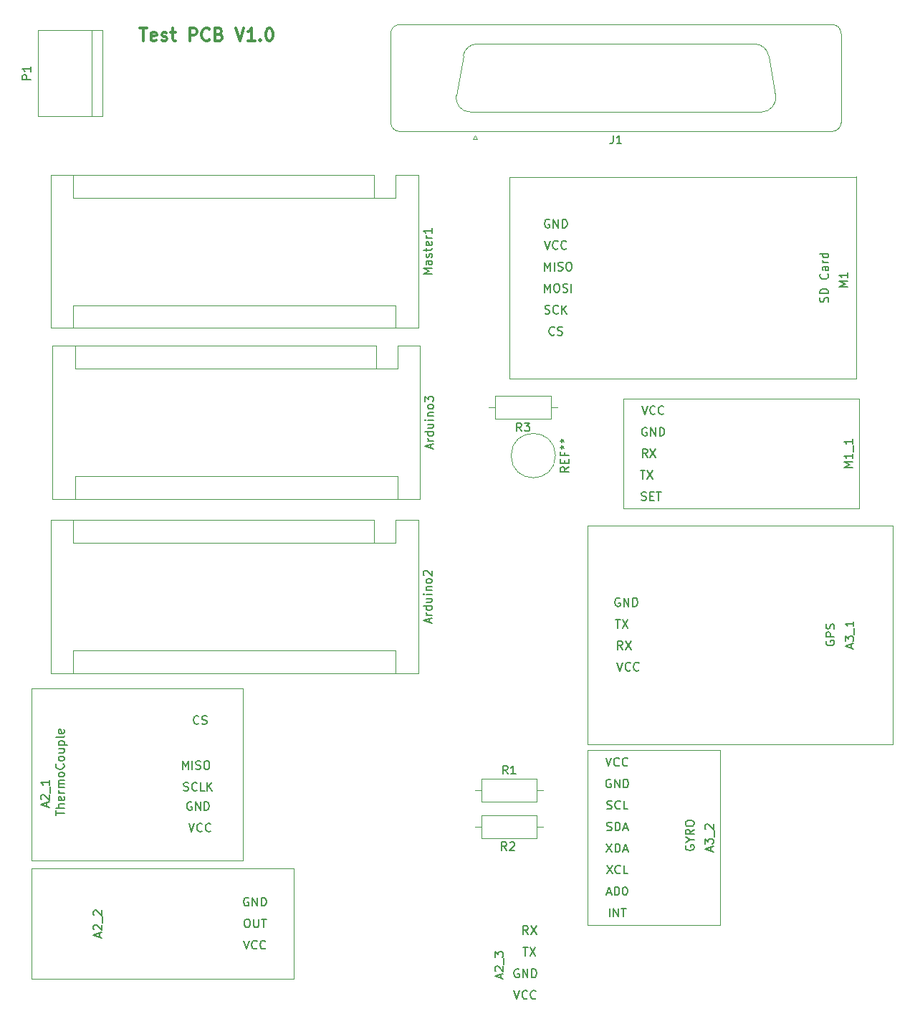
<source format=gbr>
G04 #@! TF.GenerationSoftware,KiCad,Pcbnew,(5.1.0)-1*
G04 #@! TF.CreationDate,2019-05-30T15:11:01+01:00*
G04 #@! TF.ProjectId,Eco-PCB-Final,45636f2d-5043-4422-9d46-696e616c2e6b,rev?*
G04 #@! TF.SameCoordinates,Original*
G04 #@! TF.FileFunction,Legend,Top*
G04 #@! TF.FilePolarity,Positive*
%FSLAX46Y46*%
G04 Gerber Fmt 4.6, Leading zero omitted, Abs format (unit mm)*
G04 Created by KiCad (PCBNEW (5.1.0)-1) date 2019-05-30 15:11:01*
%MOMM*%
%LPD*%
G04 APERTURE LIST*
%ADD10C,0.300000*%
%ADD11C,0.120000*%
%ADD12C,0.010000*%
%ADD13C,0.150000*%
G04 APERTURE END LIST*
D10*
X81289000Y-22165571D02*
X82146142Y-22165571D01*
X81717571Y-23665571D02*
X81717571Y-22165571D01*
X83217571Y-23594142D02*
X83074714Y-23665571D01*
X82789000Y-23665571D01*
X82646142Y-23594142D01*
X82574714Y-23451285D01*
X82574714Y-22879857D01*
X82646142Y-22737000D01*
X82789000Y-22665571D01*
X83074714Y-22665571D01*
X83217571Y-22737000D01*
X83289000Y-22879857D01*
X83289000Y-23022714D01*
X82574714Y-23165571D01*
X83860428Y-23594142D02*
X84003285Y-23665571D01*
X84289000Y-23665571D01*
X84431857Y-23594142D01*
X84503285Y-23451285D01*
X84503285Y-23379857D01*
X84431857Y-23237000D01*
X84289000Y-23165571D01*
X84074714Y-23165571D01*
X83931857Y-23094142D01*
X83860428Y-22951285D01*
X83860428Y-22879857D01*
X83931857Y-22737000D01*
X84074714Y-22665571D01*
X84289000Y-22665571D01*
X84431857Y-22737000D01*
X84931857Y-22665571D02*
X85503285Y-22665571D01*
X85146142Y-22165571D02*
X85146142Y-23451285D01*
X85217571Y-23594142D01*
X85360428Y-23665571D01*
X85503285Y-23665571D01*
X87146142Y-23665571D02*
X87146142Y-22165571D01*
X87717571Y-22165571D01*
X87860428Y-22237000D01*
X87931857Y-22308428D01*
X88003285Y-22451285D01*
X88003285Y-22665571D01*
X87931857Y-22808428D01*
X87860428Y-22879857D01*
X87717571Y-22951285D01*
X87146142Y-22951285D01*
X89503285Y-23522714D02*
X89431857Y-23594142D01*
X89217571Y-23665571D01*
X89074714Y-23665571D01*
X88860428Y-23594142D01*
X88717571Y-23451285D01*
X88646142Y-23308428D01*
X88574714Y-23022714D01*
X88574714Y-22808428D01*
X88646142Y-22522714D01*
X88717571Y-22379857D01*
X88860428Y-22237000D01*
X89074714Y-22165571D01*
X89217571Y-22165571D01*
X89431857Y-22237000D01*
X89503285Y-22308428D01*
X90646142Y-22879857D02*
X90860428Y-22951285D01*
X90931857Y-23022714D01*
X91003285Y-23165571D01*
X91003285Y-23379857D01*
X90931857Y-23522714D01*
X90860428Y-23594142D01*
X90717571Y-23665571D01*
X90146142Y-23665571D01*
X90146142Y-22165571D01*
X90646142Y-22165571D01*
X90789000Y-22237000D01*
X90860428Y-22308428D01*
X90931857Y-22451285D01*
X90931857Y-22594142D01*
X90860428Y-22737000D01*
X90789000Y-22808428D01*
X90646142Y-22879857D01*
X90146142Y-22879857D01*
X92574714Y-22165571D02*
X93074714Y-23665571D01*
X93574714Y-22165571D01*
X94860428Y-23665571D02*
X94003285Y-23665571D01*
X94431857Y-23665571D02*
X94431857Y-22165571D01*
X94288999Y-22379857D01*
X94146142Y-22522714D01*
X94003285Y-22594142D01*
X95503285Y-23522714D02*
X95574714Y-23594142D01*
X95503285Y-23665571D01*
X95431857Y-23594142D01*
X95503285Y-23522714D01*
X95503285Y-23665571D01*
X96503285Y-22165571D02*
X96646142Y-22165571D01*
X96789000Y-22237000D01*
X96860428Y-22308428D01*
X96931857Y-22451285D01*
X97003285Y-22737000D01*
X97003285Y-23094142D01*
X96931857Y-23379857D01*
X96860428Y-23522714D01*
X96789000Y-23594142D01*
X96646142Y-23665571D01*
X96503285Y-23665571D01*
X96360428Y-23594142D01*
X96289000Y-23522714D01*
X96217571Y-23379857D01*
X96146142Y-23094142D01*
X96146142Y-22737000D01*
X96217571Y-22451285D01*
X96289000Y-22308428D01*
X96360428Y-22237000D01*
X96503285Y-22165571D01*
D11*
X130382000Y-72628000D02*
G75*
G03X130382000Y-72628000I-2620000J0D01*
G01*
X122515500Y-66929000D02*
X123285500Y-66929000D01*
X130595500Y-66929000D02*
X129825500Y-66929000D01*
X123285500Y-68299000D02*
X129825500Y-68299000D01*
X123285500Y-65559000D02*
X123285500Y-68299000D01*
X129825500Y-65559000D02*
X123285500Y-65559000D01*
X129825500Y-68299000D02*
X129825500Y-65559000D01*
X124915000Y-63530500D02*
X165915000Y-63530500D01*
X124915000Y-39720500D02*
X165915000Y-39720500D01*
X124915000Y-63530500D02*
X124915000Y-39720500D01*
X165915000Y-63575500D02*
X165915000Y-39675500D01*
X138436500Y-65950000D02*
X138436500Y-78830000D01*
X166236500Y-65950000D02*
X166236500Y-78830000D01*
X138436500Y-65950000D02*
X166236500Y-65950000D01*
X138436500Y-78830000D02*
X166236500Y-78830000D01*
X121634500Y-110771000D02*
X121634500Y-113511000D01*
X121634500Y-113511000D02*
X128174500Y-113511000D01*
X128174500Y-113511000D02*
X128174500Y-110771000D01*
X128174500Y-110771000D02*
X121634500Y-110771000D01*
X120864500Y-112141000D02*
X121634500Y-112141000D01*
X128944500Y-112141000D02*
X128174500Y-112141000D01*
X121634500Y-115089000D02*
X121634500Y-117829000D01*
X121634500Y-117829000D02*
X128174500Y-117829000D01*
X128174500Y-117829000D02*
X128174500Y-115089000D01*
X128174500Y-115089000D02*
X121634500Y-115089000D01*
X120864500Y-116459000D02*
X121634500Y-116459000D01*
X128944500Y-116459000D02*
X128174500Y-116459000D01*
X99447000Y-121389000D02*
X99447000Y-134389000D01*
X68447000Y-121389000D02*
X68447000Y-134389000D01*
X99447000Y-134389000D02*
X68447000Y-134389000D01*
X99447000Y-121389000D02*
X68447000Y-121389000D01*
X163074000Y-34354000D02*
G75*
G03X164134000Y-33294000I0J1060000D01*
G01*
X110914000Y-33294000D02*
G75*
G03X111974000Y-34354000I1060000J0D01*
G01*
X163074000Y-21734000D02*
G75*
G02X164134000Y-22794000I0J-1060000D01*
G01*
X111974000Y-21734000D02*
G75*
G03X110914000Y-22794000I0J-1060000D01*
G01*
X156390470Y-30105744D02*
G75*
G02X154755689Y-32054000I-1634781J-288256D01*
G01*
X118657530Y-30105744D02*
G75*
G03X120292311Y-32054000I1634781J-288256D01*
G01*
X155561733Y-25405744D02*
G75*
G03X153926952Y-24034000I-1634781J-288256D01*
G01*
X119486267Y-25405744D02*
G75*
G02X121121048Y-24034000I1634781J-288256D01*
G01*
X163074000Y-34354000D02*
X111974000Y-34354000D01*
X110914000Y-33294000D02*
X110914000Y-22794000D01*
X111974000Y-21734000D02*
X163074000Y-21734000D01*
X164134000Y-22794000D02*
X164134000Y-33294000D01*
X121154000Y-35248338D02*
X120654000Y-35248338D01*
X120654000Y-35248338D02*
X120904000Y-34815325D01*
X120904000Y-34815325D02*
X121154000Y-35248338D01*
X154755689Y-32054000D02*
X120292311Y-32054000D01*
X153926952Y-24034000D02*
X121121048Y-24034000D01*
X118657530Y-30105744D02*
X119486267Y-25405744D01*
X156390470Y-30105744D02*
X155561733Y-25405744D01*
X109156500Y-62357000D02*
X111696500Y-62357000D01*
X111696500Y-62357000D02*
X111696500Y-59687000D01*
X109156500Y-59687000D02*
X70926500Y-59687000D01*
X114366500Y-59687000D02*
X111696500Y-59687000D01*
X111696500Y-75057000D02*
X111696500Y-77727000D01*
X111696500Y-75057000D02*
X73596500Y-75057000D01*
X73596500Y-75057000D02*
X73596500Y-77727000D01*
X109156500Y-62357000D02*
X109156500Y-59687000D01*
X109156500Y-62357000D02*
X73596500Y-62357000D01*
X73596500Y-62357000D02*
X73596500Y-59687000D01*
X70926500Y-59687000D02*
X70926500Y-77727000D01*
X70926500Y-77727000D02*
X114366500Y-77727000D01*
X114366500Y-77727000D02*
X114366500Y-59687000D01*
D12*
X93472000Y-100076000D02*
X68478400Y-100076000D01*
X93472000Y-120396000D02*
X68478400Y-120396000D01*
X93472000Y-120396000D02*
X93472000Y-100076000D01*
X68478400Y-120396000D02*
X68478400Y-100076000D01*
D11*
X108966000Y-82931000D02*
X111506000Y-82931000D01*
X111506000Y-82931000D02*
X111506000Y-80261000D01*
X108966000Y-80261000D02*
X70736000Y-80261000D01*
X114176000Y-80261000D02*
X111506000Y-80261000D01*
X111506000Y-95631000D02*
X111506000Y-98301000D01*
X111506000Y-95631000D02*
X73406000Y-95631000D01*
X73406000Y-95631000D02*
X73406000Y-98301000D01*
X108966000Y-82931000D02*
X108966000Y-80261000D01*
X108966000Y-82931000D02*
X73406000Y-82931000D01*
X73406000Y-82931000D02*
X73406000Y-80261000D01*
X70736000Y-80261000D02*
X70736000Y-98301000D01*
X70736000Y-98301000D02*
X114176000Y-98301000D01*
X114176000Y-98301000D02*
X114176000Y-80261000D01*
X134209500Y-80879500D02*
X134209500Y-106699500D01*
X170209500Y-80879500D02*
X170209500Y-106699500D01*
X170209500Y-80879500D02*
X134209500Y-80879500D01*
X134209500Y-106699500D02*
X170209500Y-106699500D01*
X134136000Y-128019000D02*
X149836000Y-128019000D01*
X134136000Y-107439000D02*
X149836000Y-107439000D01*
X149836000Y-107439000D02*
X149836000Y-128019000D01*
X134136000Y-107439000D02*
X134136000Y-128019000D01*
X114176000Y-57534000D02*
X114176000Y-39494000D01*
X70736000Y-57534000D02*
X114176000Y-57534000D01*
X70736000Y-39494000D02*
X70736000Y-57534000D01*
X73406000Y-42164000D02*
X73406000Y-39494000D01*
X108966000Y-42164000D02*
X73406000Y-42164000D01*
X108966000Y-42164000D02*
X108966000Y-39494000D01*
X73406000Y-54864000D02*
X73406000Y-57534000D01*
X111506000Y-54864000D02*
X73406000Y-54864000D01*
X111506000Y-54864000D02*
X111506000Y-57534000D01*
X114176000Y-39494000D02*
X111506000Y-39494000D01*
X108966000Y-39494000D02*
X70736000Y-39494000D01*
X111506000Y-42164000D02*
X111506000Y-39494000D01*
X108966000Y-42164000D02*
X111506000Y-42164000D01*
X75565000Y-22415500D02*
X75565000Y-32575500D01*
X76835000Y-22415500D02*
X69215000Y-22415500D01*
X69215000Y-22415500D02*
X69215000Y-32575500D01*
X69215000Y-32575500D02*
X76835000Y-32575500D01*
X76835000Y-32575500D02*
X76835000Y-22415500D01*
D13*
X131964380Y-73961333D02*
X131488190Y-74294666D01*
X131964380Y-74532761D02*
X130964380Y-74532761D01*
X130964380Y-74151809D01*
X131012000Y-74056571D01*
X131059619Y-74008952D01*
X131154857Y-73961333D01*
X131297714Y-73961333D01*
X131392952Y-74008952D01*
X131440571Y-74056571D01*
X131488190Y-74151809D01*
X131488190Y-74532761D01*
X131440571Y-73532761D02*
X131440571Y-73199428D01*
X131964380Y-73056571D02*
X131964380Y-73532761D01*
X130964380Y-73532761D01*
X130964380Y-73056571D01*
X131440571Y-72294666D02*
X131440571Y-72628000D01*
X131964380Y-72628000D02*
X130964380Y-72628000D01*
X130964380Y-72151809D01*
X130964380Y-71628000D02*
X131202476Y-71628000D01*
X131107238Y-71866095D02*
X131202476Y-71628000D01*
X131107238Y-71389904D01*
X131392952Y-71770857D02*
X131202476Y-71628000D01*
X131392952Y-71485142D01*
X130964380Y-70866095D02*
X131202476Y-70866095D01*
X131107238Y-71104190D02*
X131202476Y-70866095D01*
X131107238Y-70628000D01*
X131392952Y-71008952D02*
X131202476Y-70866095D01*
X131392952Y-70723238D01*
X126388833Y-69751380D02*
X126055500Y-69275190D01*
X125817404Y-69751380D02*
X125817404Y-68751380D01*
X126198357Y-68751380D01*
X126293595Y-68799000D01*
X126341214Y-68846619D01*
X126388833Y-68941857D01*
X126388833Y-69084714D01*
X126341214Y-69179952D01*
X126293595Y-69227571D01*
X126198357Y-69275190D01*
X125817404Y-69275190D01*
X126722166Y-68751380D02*
X127341214Y-68751380D01*
X127007880Y-69132333D01*
X127150738Y-69132333D01*
X127245976Y-69179952D01*
X127293595Y-69227571D01*
X127341214Y-69322809D01*
X127341214Y-69560904D01*
X127293595Y-69656142D01*
X127245976Y-69703761D01*
X127150738Y-69751380D01*
X126865023Y-69751380D01*
X126769785Y-69703761D01*
X126722166Y-69656142D01*
X164917380Y-52689023D02*
X163917380Y-52689023D01*
X164631666Y-52355690D01*
X163917380Y-52022357D01*
X164917380Y-52022357D01*
X164917380Y-51022357D02*
X164917380Y-51593785D01*
X164917380Y-51308071D02*
X163917380Y-51308071D01*
X164060238Y-51403309D01*
X164155476Y-51498547D01*
X164203095Y-51593785D01*
X162583761Y-54506452D02*
X162631380Y-54363595D01*
X162631380Y-54125500D01*
X162583761Y-54030261D01*
X162536142Y-53982642D01*
X162440904Y-53935023D01*
X162345666Y-53935023D01*
X162250428Y-53982642D01*
X162202809Y-54030261D01*
X162155190Y-54125500D01*
X162107571Y-54315976D01*
X162059952Y-54411214D01*
X162012333Y-54458833D01*
X161917095Y-54506452D01*
X161821857Y-54506452D01*
X161726619Y-54458833D01*
X161679000Y-54411214D01*
X161631380Y-54315976D01*
X161631380Y-54077880D01*
X161679000Y-53935023D01*
X162631380Y-53506452D02*
X161631380Y-53506452D01*
X161631380Y-53268357D01*
X161679000Y-53125500D01*
X161774238Y-53030261D01*
X161869476Y-52982642D01*
X162059952Y-52935023D01*
X162202809Y-52935023D01*
X162393285Y-52982642D01*
X162488523Y-53030261D01*
X162583761Y-53125500D01*
X162631380Y-53268357D01*
X162631380Y-53506452D01*
X162536142Y-51173119D02*
X162583761Y-51220738D01*
X162631380Y-51363595D01*
X162631380Y-51458833D01*
X162583761Y-51601690D01*
X162488523Y-51696928D01*
X162393285Y-51744547D01*
X162202809Y-51792166D01*
X162059952Y-51792166D01*
X161869476Y-51744547D01*
X161774238Y-51696928D01*
X161679000Y-51601690D01*
X161631380Y-51458833D01*
X161631380Y-51363595D01*
X161679000Y-51220738D01*
X161726619Y-51173119D01*
X162631380Y-50315976D02*
X162107571Y-50315976D01*
X162012333Y-50363595D01*
X161964714Y-50458833D01*
X161964714Y-50649309D01*
X162012333Y-50744547D01*
X162583761Y-50315976D02*
X162631380Y-50411214D01*
X162631380Y-50649309D01*
X162583761Y-50744547D01*
X162488523Y-50792166D01*
X162393285Y-50792166D01*
X162298047Y-50744547D01*
X162250428Y-50649309D01*
X162250428Y-50411214D01*
X162202809Y-50315976D01*
X162631380Y-49839785D02*
X161964714Y-49839785D01*
X162155190Y-49839785D02*
X162059952Y-49792166D01*
X162012333Y-49744547D01*
X161964714Y-49649309D01*
X161964714Y-49554071D01*
X162631380Y-48792166D02*
X161631380Y-48792166D01*
X162583761Y-48792166D02*
X162631380Y-48887404D01*
X162631380Y-49077880D01*
X162583761Y-49173119D01*
X162536142Y-49220738D01*
X162440904Y-49268357D01*
X162155190Y-49268357D01*
X162059952Y-49220738D01*
X162012333Y-49173119D01*
X161964714Y-49077880D01*
X161964714Y-48887404D01*
X162012333Y-48792166D01*
X129667095Y-44775500D02*
X129571857Y-44727880D01*
X129429000Y-44727880D01*
X129286142Y-44775500D01*
X129190904Y-44870738D01*
X129143285Y-44965976D01*
X129095666Y-45156452D01*
X129095666Y-45299309D01*
X129143285Y-45489785D01*
X129190904Y-45585023D01*
X129286142Y-45680261D01*
X129429000Y-45727880D01*
X129524238Y-45727880D01*
X129667095Y-45680261D01*
X129714714Y-45632642D01*
X129714714Y-45299309D01*
X129524238Y-45299309D01*
X130143285Y-45727880D02*
X130143285Y-44727880D01*
X130714714Y-45727880D01*
X130714714Y-44727880D01*
X131190904Y-45727880D02*
X131190904Y-44727880D01*
X131429000Y-44727880D01*
X131571857Y-44775500D01*
X131667095Y-44870738D01*
X131714714Y-44965976D01*
X131762333Y-45156452D01*
X131762333Y-45299309D01*
X131714714Y-45489785D01*
X131667095Y-45585023D01*
X131571857Y-45680261D01*
X131429000Y-45727880D01*
X131190904Y-45727880D01*
X129095666Y-47267880D02*
X129429000Y-48267880D01*
X129762333Y-47267880D01*
X130667095Y-48172642D02*
X130619476Y-48220261D01*
X130476619Y-48267880D01*
X130381380Y-48267880D01*
X130238523Y-48220261D01*
X130143285Y-48125023D01*
X130095666Y-48029785D01*
X130048047Y-47839309D01*
X130048047Y-47696452D01*
X130095666Y-47505976D01*
X130143285Y-47410738D01*
X130238523Y-47315500D01*
X130381380Y-47267880D01*
X130476619Y-47267880D01*
X130619476Y-47315500D01*
X130667095Y-47363119D01*
X131667095Y-48172642D02*
X131619476Y-48220261D01*
X131476619Y-48267880D01*
X131381380Y-48267880D01*
X131238523Y-48220261D01*
X131143285Y-48125023D01*
X131095666Y-48029785D01*
X131048047Y-47839309D01*
X131048047Y-47696452D01*
X131095666Y-47505976D01*
X131143285Y-47410738D01*
X131238523Y-47315500D01*
X131381380Y-47267880D01*
X131476619Y-47267880D01*
X131619476Y-47315500D01*
X131667095Y-47363119D01*
X129111571Y-50807880D02*
X129111571Y-49807880D01*
X129444904Y-50522166D01*
X129778238Y-49807880D01*
X129778238Y-50807880D01*
X130254428Y-50807880D02*
X130254428Y-49807880D01*
X130683000Y-50760261D02*
X130825857Y-50807880D01*
X131063952Y-50807880D01*
X131159190Y-50760261D01*
X131206809Y-50712642D01*
X131254428Y-50617404D01*
X131254428Y-50522166D01*
X131206809Y-50426928D01*
X131159190Y-50379309D01*
X131063952Y-50331690D01*
X130873476Y-50284071D01*
X130778238Y-50236452D01*
X130730619Y-50188833D01*
X130683000Y-50093595D01*
X130683000Y-49998357D01*
X130730619Y-49903119D01*
X130778238Y-49855500D01*
X130873476Y-49807880D01*
X131111571Y-49807880D01*
X131254428Y-49855500D01*
X131873476Y-49807880D02*
X132063952Y-49807880D01*
X132159190Y-49855500D01*
X132254428Y-49950738D01*
X132302047Y-50141214D01*
X132302047Y-50474547D01*
X132254428Y-50665023D01*
X132159190Y-50760261D01*
X132063952Y-50807880D01*
X131873476Y-50807880D01*
X131778238Y-50760261D01*
X131683000Y-50665023D01*
X131635380Y-50474547D01*
X131635380Y-50141214D01*
X131683000Y-49950738D01*
X131778238Y-49855500D01*
X131873476Y-49807880D01*
X129111571Y-53347880D02*
X129111571Y-52347880D01*
X129444904Y-53062166D01*
X129778238Y-52347880D01*
X129778238Y-53347880D01*
X130444904Y-52347880D02*
X130635380Y-52347880D01*
X130730619Y-52395500D01*
X130825857Y-52490738D01*
X130873476Y-52681214D01*
X130873476Y-53014547D01*
X130825857Y-53205023D01*
X130730619Y-53300261D01*
X130635380Y-53347880D01*
X130444904Y-53347880D01*
X130349666Y-53300261D01*
X130254428Y-53205023D01*
X130206809Y-53014547D01*
X130206809Y-52681214D01*
X130254428Y-52490738D01*
X130349666Y-52395500D01*
X130444904Y-52347880D01*
X131254428Y-53300261D02*
X131397285Y-53347880D01*
X131635380Y-53347880D01*
X131730619Y-53300261D01*
X131778238Y-53252642D01*
X131825857Y-53157404D01*
X131825857Y-53062166D01*
X131778238Y-52966928D01*
X131730619Y-52919309D01*
X131635380Y-52871690D01*
X131444904Y-52824071D01*
X131349666Y-52776452D01*
X131302047Y-52728833D01*
X131254428Y-52633595D01*
X131254428Y-52538357D01*
X131302047Y-52443119D01*
X131349666Y-52395500D01*
X131444904Y-52347880D01*
X131683000Y-52347880D01*
X131825857Y-52395500D01*
X132254428Y-53347880D02*
X132254428Y-52347880D01*
X129143285Y-55840261D02*
X129286142Y-55887880D01*
X129524238Y-55887880D01*
X129619476Y-55840261D01*
X129667095Y-55792642D01*
X129714714Y-55697404D01*
X129714714Y-55602166D01*
X129667095Y-55506928D01*
X129619476Y-55459309D01*
X129524238Y-55411690D01*
X129333761Y-55364071D01*
X129238523Y-55316452D01*
X129190904Y-55268833D01*
X129143285Y-55173595D01*
X129143285Y-55078357D01*
X129190904Y-54983119D01*
X129238523Y-54935500D01*
X129333761Y-54887880D01*
X129571857Y-54887880D01*
X129714714Y-54935500D01*
X130714714Y-55792642D02*
X130667095Y-55840261D01*
X130524238Y-55887880D01*
X130429000Y-55887880D01*
X130286142Y-55840261D01*
X130190904Y-55745023D01*
X130143285Y-55649785D01*
X130095666Y-55459309D01*
X130095666Y-55316452D01*
X130143285Y-55125976D01*
X130190904Y-55030738D01*
X130286142Y-54935500D01*
X130429000Y-54887880D01*
X130524238Y-54887880D01*
X130667095Y-54935500D01*
X130714714Y-54983119D01*
X131143285Y-55887880D02*
X131143285Y-54887880D01*
X131714714Y-55887880D02*
X131286142Y-55316452D01*
X131714714Y-54887880D02*
X131143285Y-55459309D01*
X130262333Y-58332642D02*
X130214714Y-58380261D01*
X130071857Y-58427880D01*
X129976619Y-58427880D01*
X129833761Y-58380261D01*
X129738523Y-58285023D01*
X129690904Y-58189785D01*
X129643285Y-57999309D01*
X129643285Y-57856452D01*
X129690904Y-57665976D01*
X129738523Y-57570738D01*
X129833761Y-57475500D01*
X129976619Y-57427880D01*
X130071857Y-57427880D01*
X130214714Y-57475500D01*
X130262333Y-57523119D01*
X130643285Y-58380261D02*
X130786142Y-58427880D01*
X131024238Y-58427880D01*
X131119476Y-58380261D01*
X131167095Y-58332642D01*
X131214714Y-58237404D01*
X131214714Y-58142166D01*
X131167095Y-58046928D01*
X131119476Y-57999309D01*
X131024238Y-57951690D01*
X130833761Y-57904071D01*
X130738523Y-57856452D01*
X130690904Y-57808833D01*
X130643285Y-57713595D01*
X130643285Y-57618357D01*
X130690904Y-57523119D01*
X130738523Y-57475500D01*
X130833761Y-57427880D01*
X131071857Y-57427880D01*
X131214714Y-57475500D01*
X123928166Y-134349928D02*
X123928166Y-133873738D01*
X124213880Y-134445166D02*
X123213880Y-134111833D01*
X124213880Y-133778500D01*
X123309119Y-133492785D02*
X123261500Y-133445166D01*
X123213880Y-133349928D01*
X123213880Y-133111833D01*
X123261500Y-133016595D01*
X123309119Y-132968976D01*
X123404357Y-132921357D01*
X123499595Y-132921357D01*
X123642452Y-132968976D01*
X124213880Y-133540404D01*
X124213880Y-132921357D01*
X124309119Y-132730880D02*
X124309119Y-131968976D01*
X123213880Y-131826119D02*
X123213880Y-131207071D01*
X123594833Y-131540404D01*
X123594833Y-131397547D01*
X123642452Y-131302309D01*
X123690071Y-131254690D01*
X123785309Y-131207071D01*
X124023404Y-131207071D01*
X124118642Y-131254690D01*
X124166261Y-131302309D01*
X124213880Y-131397547D01*
X124213880Y-131683261D01*
X124166261Y-131778500D01*
X124118642Y-131826119D01*
X127150833Y-129166880D02*
X126817500Y-128690690D01*
X126579404Y-129166880D02*
X126579404Y-128166880D01*
X126960357Y-128166880D01*
X127055595Y-128214500D01*
X127103214Y-128262119D01*
X127150833Y-128357357D01*
X127150833Y-128500214D01*
X127103214Y-128595452D01*
X127055595Y-128643071D01*
X126960357Y-128690690D01*
X126579404Y-128690690D01*
X127484166Y-128166880D02*
X128150833Y-129166880D01*
X128150833Y-128166880D02*
X127484166Y-129166880D01*
X126555595Y-130706880D02*
X127127023Y-130706880D01*
X126841309Y-131706880D02*
X126841309Y-130706880D01*
X127365119Y-130706880D02*
X128031785Y-131706880D01*
X128031785Y-130706880D02*
X127365119Y-131706880D01*
X126047595Y-133294500D02*
X125952357Y-133246880D01*
X125809500Y-133246880D01*
X125666642Y-133294500D01*
X125571404Y-133389738D01*
X125523785Y-133484976D01*
X125476166Y-133675452D01*
X125476166Y-133818309D01*
X125523785Y-134008785D01*
X125571404Y-134104023D01*
X125666642Y-134199261D01*
X125809500Y-134246880D01*
X125904738Y-134246880D01*
X126047595Y-134199261D01*
X126095214Y-134151642D01*
X126095214Y-133818309D01*
X125904738Y-133818309D01*
X126523785Y-134246880D02*
X126523785Y-133246880D01*
X127095214Y-134246880D01*
X127095214Y-133246880D01*
X127571404Y-134246880D02*
X127571404Y-133246880D01*
X127809500Y-133246880D01*
X127952357Y-133294500D01*
X128047595Y-133389738D01*
X128095214Y-133484976D01*
X128142833Y-133675452D01*
X128142833Y-133818309D01*
X128095214Y-134008785D01*
X128047595Y-134104023D01*
X127952357Y-134199261D01*
X127809500Y-134246880D01*
X127571404Y-134246880D01*
X125476166Y-135786880D02*
X125809500Y-136786880D01*
X126142833Y-135786880D01*
X127047595Y-136691642D02*
X126999976Y-136739261D01*
X126857119Y-136786880D01*
X126761880Y-136786880D01*
X126619023Y-136739261D01*
X126523785Y-136644023D01*
X126476166Y-136548785D01*
X126428547Y-136358309D01*
X126428547Y-136215452D01*
X126476166Y-136024976D01*
X126523785Y-135929738D01*
X126619023Y-135834500D01*
X126761880Y-135786880D01*
X126857119Y-135786880D01*
X126999976Y-135834500D01*
X127047595Y-135882119D01*
X128047595Y-136691642D02*
X127999976Y-136739261D01*
X127857119Y-136786880D01*
X127761880Y-136786880D01*
X127619023Y-136739261D01*
X127523785Y-136644023D01*
X127476166Y-136548785D01*
X127428547Y-136358309D01*
X127428547Y-136215452D01*
X127476166Y-136024976D01*
X127523785Y-135929738D01*
X127619023Y-135834500D01*
X127761880Y-135786880D01*
X127857119Y-135786880D01*
X127999976Y-135834500D01*
X128047595Y-135882119D01*
X165488880Y-74056666D02*
X164488880Y-74056666D01*
X165203166Y-73723333D01*
X164488880Y-73390000D01*
X165488880Y-73390000D01*
X165488880Y-72390000D02*
X165488880Y-72961428D01*
X165488880Y-72675714D02*
X164488880Y-72675714D01*
X164631738Y-72770952D01*
X164726976Y-72866190D01*
X164774595Y-72961428D01*
X165584119Y-72199523D02*
X165584119Y-71437619D01*
X165488880Y-70675714D02*
X165488880Y-71247142D01*
X165488880Y-70961428D02*
X164488880Y-70961428D01*
X164631738Y-71056666D01*
X164726976Y-71151904D01*
X164774595Y-71247142D01*
X140589166Y-66762380D02*
X140922500Y-67762380D01*
X141255833Y-66762380D01*
X142160595Y-67667142D02*
X142112976Y-67714761D01*
X141970119Y-67762380D01*
X141874880Y-67762380D01*
X141732023Y-67714761D01*
X141636785Y-67619523D01*
X141589166Y-67524285D01*
X141541547Y-67333809D01*
X141541547Y-67190952D01*
X141589166Y-67000476D01*
X141636785Y-66905238D01*
X141732023Y-66810000D01*
X141874880Y-66762380D01*
X141970119Y-66762380D01*
X142112976Y-66810000D01*
X142160595Y-66857619D01*
X143160595Y-67667142D02*
X143112976Y-67714761D01*
X142970119Y-67762380D01*
X142874880Y-67762380D01*
X142732023Y-67714761D01*
X142636785Y-67619523D01*
X142589166Y-67524285D01*
X142541547Y-67333809D01*
X142541547Y-67190952D01*
X142589166Y-67000476D01*
X142636785Y-66905238D01*
X142732023Y-66810000D01*
X142874880Y-66762380D01*
X142970119Y-66762380D01*
X143112976Y-66810000D01*
X143160595Y-66857619D01*
X141160595Y-69350000D02*
X141065357Y-69302380D01*
X140922500Y-69302380D01*
X140779642Y-69350000D01*
X140684404Y-69445238D01*
X140636785Y-69540476D01*
X140589166Y-69730952D01*
X140589166Y-69873809D01*
X140636785Y-70064285D01*
X140684404Y-70159523D01*
X140779642Y-70254761D01*
X140922500Y-70302380D01*
X141017738Y-70302380D01*
X141160595Y-70254761D01*
X141208214Y-70207142D01*
X141208214Y-69873809D01*
X141017738Y-69873809D01*
X141636785Y-70302380D02*
X141636785Y-69302380D01*
X142208214Y-70302380D01*
X142208214Y-69302380D01*
X142684404Y-70302380D02*
X142684404Y-69302380D01*
X142922500Y-69302380D01*
X143065357Y-69350000D01*
X143160595Y-69445238D01*
X143208214Y-69540476D01*
X143255833Y-69730952D01*
X143255833Y-69873809D01*
X143208214Y-70064285D01*
X143160595Y-70159523D01*
X143065357Y-70254761D01*
X142922500Y-70302380D01*
X142684404Y-70302380D01*
X141247833Y-72842380D02*
X140914500Y-72366190D01*
X140676404Y-72842380D02*
X140676404Y-71842380D01*
X141057357Y-71842380D01*
X141152595Y-71890000D01*
X141200214Y-71937619D01*
X141247833Y-72032857D01*
X141247833Y-72175714D01*
X141200214Y-72270952D01*
X141152595Y-72318571D01*
X141057357Y-72366190D01*
X140676404Y-72366190D01*
X141581166Y-71842380D02*
X142247833Y-72842380D01*
X142247833Y-71842380D02*
X141581166Y-72842380D01*
X140398595Y-74382380D02*
X140970023Y-74382380D01*
X140684309Y-75382380D02*
X140684309Y-74382380D01*
X141208119Y-74382380D02*
X141874785Y-75382380D01*
X141874785Y-74382380D02*
X141208119Y-75382380D01*
X140549452Y-77874761D02*
X140692309Y-77922380D01*
X140930404Y-77922380D01*
X141025642Y-77874761D01*
X141073261Y-77827142D01*
X141120880Y-77731904D01*
X141120880Y-77636666D01*
X141073261Y-77541428D01*
X141025642Y-77493809D01*
X140930404Y-77446190D01*
X140739928Y-77398571D01*
X140644690Y-77350952D01*
X140597071Y-77303333D01*
X140549452Y-77208095D01*
X140549452Y-77112857D01*
X140597071Y-77017619D01*
X140644690Y-76970000D01*
X140739928Y-76922380D01*
X140978023Y-76922380D01*
X141120880Y-76970000D01*
X141549452Y-77398571D02*
X141882785Y-77398571D01*
X142025642Y-77922380D02*
X141549452Y-77922380D01*
X141549452Y-76922380D01*
X142025642Y-76922380D01*
X142311357Y-76922380D02*
X142882785Y-76922380D01*
X142597071Y-77922380D02*
X142597071Y-76922380D01*
X124737833Y-110223380D02*
X124404500Y-109747190D01*
X124166404Y-110223380D02*
X124166404Y-109223380D01*
X124547357Y-109223380D01*
X124642595Y-109271000D01*
X124690214Y-109318619D01*
X124737833Y-109413857D01*
X124737833Y-109556714D01*
X124690214Y-109651952D01*
X124642595Y-109699571D01*
X124547357Y-109747190D01*
X124166404Y-109747190D01*
X125690214Y-110223380D02*
X125118785Y-110223380D01*
X125404500Y-110223380D02*
X125404500Y-109223380D01*
X125309261Y-109366238D01*
X125214023Y-109461476D01*
X125118785Y-109509095D01*
X124610833Y-119260880D02*
X124277500Y-118784690D01*
X124039404Y-119260880D02*
X124039404Y-118260880D01*
X124420357Y-118260880D01*
X124515595Y-118308500D01*
X124563214Y-118356119D01*
X124610833Y-118451357D01*
X124610833Y-118594214D01*
X124563214Y-118689452D01*
X124515595Y-118737071D01*
X124420357Y-118784690D01*
X124039404Y-118784690D01*
X124991785Y-118356119D02*
X125039404Y-118308500D01*
X125134642Y-118260880D01*
X125372738Y-118260880D01*
X125467976Y-118308500D01*
X125515595Y-118356119D01*
X125563214Y-118451357D01*
X125563214Y-118546595D01*
X125515595Y-118689452D01*
X124944166Y-119260880D01*
X125563214Y-119260880D01*
X76493666Y-129460428D02*
X76493666Y-128984238D01*
X76779380Y-129555666D02*
X75779380Y-129222333D01*
X76779380Y-128889000D01*
X75874619Y-128603285D02*
X75827000Y-128555666D01*
X75779380Y-128460428D01*
X75779380Y-128222333D01*
X75827000Y-128127095D01*
X75874619Y-128079476D01*
X75969857Y-128031857D01*
X76065095Y-128031857D01*
X76207952Y-128079476D01*
X76779380Y-128650904D01*
X76779380Y-128031857D01*
X76874619Y-127841380D02*
X76874619Y-127079476D01*
X75874619Y-126889000D02*
X75827000Y-126841380D01*
X75779380Y-126746142D01*
X75779380Y-126508047D01*
X75827000Y-126412809D01*
X75874619Y-126365190D01*
X75969857Y-126317571D01*
X76065095Y-126317571D01*
X76207952Y-126365190D01*
X76779380Y-126936619D01*
X76779380Y-126317571D01*
X93535666Y-129881380D02*
X93869000Y-130881380D01*
X94202333Y-129881380D01*
X95107095Y-130786142D02*
X95059476Y-130833761D01*
X94916619Y-130881380D01*
X94821380Y-130881380D01*
X94678523Y-130833761D01*
X94583285Y-130738523D01*
X94535666Y-130643285D01*
X94488047Y-130452809D01*
X94488047Y-130309952D01*
X94535666Y-130119476D01*
X94583285Y-130024238D01*
X94678523Y-129929000D01*
X94821380Y-129881380D01*
X94916619Y-129881380D01*
X95059476Y-129929000D01*
X95107095Y-129976619D01*
X96107095Y-130786142D02*
X96059476Y-130833761D01*
X95916619Y-130881380D01*
X95821380Y-130881380D01*
X95678523Y-130833761D01*
X95583285Y-130738523D01*
X95535666Y-130643285D01*
X95488047Y-130452809D01*
X95488047Y-130309952D01*
X95535666Y-130119476D01*
X95583285Y-130024238D01*
X95678523Y-129929000D01*
X95821380Y-129881380D01*
X95916619Y-129881380D01*
X96059476Y-129929000D01*
X96107095Y-129976619D01*
X93869000Y-127341380D02*
X94059476Y-127341380D01*
X94154714Y-127389000D01*
X94249952Y-127484238D01*
X94297571Y-127674714D01*
X94297571Y-128008047D01*
X94249952Y-128198523D01*
X94154714Y-128293761D01*
X94059476Y-128341380D01*
X93869000Y-128341380D01*
X93773761Y-128293761D01*
X93678523Y-128198523D01*
X93630904Y-128008047D01*
X93630904Y-127674714D01*
X93678523Y-127484238D01*
X93773761Y-127389000D01*
X93869000Y-127341380D01*
X94726142Y-127341380D02*
X94726142Y-128150904D01*
X94773761Y-128246142D01*
X94821380Y-128293761D01*
X94916619Y-128341380D01*
X95107095Y-128341380D01*
X95202333Y-128293761D01*
X95249952Y-128246142D01*
X95297571Y-128150904D01*
X95297571Y-127341380D01*
X95630904Y-127341380D02*
X96202333Y-127341380D01*
X95916619Y-128341380D02*
X95916619Y-127341380D01*
X94107095Y-124849000D02*
X94011857Y-124801380D01*
X93869000Y-124801380D01*
X93726142Y-124849000D01*
X93630904Y-124944238D01*
X93583285Y-125039476D01*
X93535666Y-125229952D01*
X93535666Y-125372809D01*
X93583285Y-125563285D01*
X93630904Y-125658523D01*
X93726142Y-125753761D01*
X93869000Y-125801380D01*
X93964238Y-125801380D01*
X94107095Y-125753761D01*
X94154714Y-125706142D01*
X94154714Y-125372809D01*
X93964238Y-125372809D01*
X94583285Y-125801380D02*
X94583285Y-124801380D01*
X95154714Y-125801380D01*
X95154714Y-124801380D01*
X95630904Y-125801380D02*
X95630904Y-124801380D01*
X95869000Y-124801380D01*
X96011857Y-124849000D01*
X96107095Y-124944238D01*
X96154714Y-125039476D01*
X96202333Y-125229952D01*
X96202333Y-125372809D01*
X96154714Y-125563285D01*
X96107095Y-125658523D01*
X96011857Y-125753761D01*
X95869000Y-125801380D01*
X95630904Y-125801380D01*
X137190666Y-34806380D02*
X137190666Y-35520666D01*
X137143047Y-35663523D01*
X137047809Y-35758761D01*
X136904952Y-35806380D01*
X136809714Y-35806380D01*
X138190666Y-35806380D02*
X137619238Y-35806380D01*
X137904952Y-35806380D02*
X137904952Y-34806380D01*
X137809714Y-34949238D01*
X137714476Y-35044476D01*
X137619238Y-35092095D01*
X115673166Y-71778428D02*
X115673166Y-71302238D01*
X115958880Y-71873666D02*
X114958880Y-71540333D01*
X115958880Y-71207000D01*
X115958880Y-70873666D02*
X115292214Y-70873666D01*
X115482690Y-70873666D02*
X115387452Y-70826047D01*
X115339833Y-70778428D01*
X115292214Y-70683190D01*
X115292214Y-70587952D01*
X115958880Y-69826047D02*
X114958880Y-69826047D01*
X115911261Y-69826047D02*
X115958880Y-69921285D01*
X115958880Y-70111761D01*
X115911261Y-70207000D01*
X115863642Y-70254619D01*
X115768404Y-70302238D01*
X115482690Y-70302238D01*
X115387452Y-70254619D01*
X115339833Y-70207000D01*
X115292214Y-70111761D01*
X115292214Y-69921285D01*
X115339833Y-69826047D01*
X115292214Y-68921285D02*
X115958880Y-68921285D01*
X115292214Y-69349857D02*
X115816023Y-69349857D01*
X115911261Y-69302238D01*
X115958880Y-69207000D01*
X115958880Y-69064142D01*
X115911261Y-68968904D01*
X115863642Y-68921285D01*
X115958880Y-68445095D02*
X115292214Y-68445095D01*
X114958880Y-68445095D02*
X115006500Y-68492714D01*
X115054119Y-68445095D01*
X115006500Y-68397476D01*
X114958880Y-68445095D01*
X115054119Y-68445095D01*
X115292214Y-67968904D02*
X115958880Y-67968904D01*
X115387452Y-67968904D02*
X115339833Y-67921285D01*
X115292214Y-67826047D01*
X115292214Y-67683190D01*
X115339833Y-67587952D01*
X115435071Y-67540333D01*
X115958880Y-67540333D01*
X115958880Y-66921285D02*
X115911261Y-67016523D01*
X115863642Y-67064142D01*
X115768404Y-67111761D01*
X115482690Y-67111761D01*
X115387452Y-67064142D01*
X115339833Y-67016523D01*
X115292214Y-66921285D01*
X115292214Y-66778428D01*
X115339833Y-66683190D01*
X115387452Y-66635571D01*
X115482690Y-66587952D01*
X115768404Y-66587952D01*
X115863642Y-66635571D01*
X115911261Y-66683190D01*
X115958880Y-66778428D01*
X115958880Y-66921285D01*
X114958880Y-66254619D02*
X114958880Y-65635571D01*
X115339833Y-65968904D01*
X115339833Y-65826047D01*
X115387452Y-65730809D01*
X115435071Y-65683190D01*
X115530309Y-65635571D01*
X115768404Y-65635571D01*
X115863642Y-65683190D01*
X115911261Y-65730809D01*
X115958880Y-65826047D01*
X115958880Y-66111761D01*
X115911261Y-66207000D01*
X115863642Y-66254619D01*
X70270666Y-114093428D02*
X70270666Y-113617238D01*
X70556380Y-114188666D02*
X69556380Y-113855333D01*
X70556380Y-113522000D01*
X69651619Y-113236285D02*
X69604000Y-113188666D01*
X69556380Y-113093428D01*
X69556380Y-112855333D01*
X69604000Y-112760095D01*
X69651619Y-112712476D01*
X69746857Y-112664857D01*
X69842095Y-112664857D01*
X69984952Y-112712476D01*
X70556380Y-113283904D01*
X70556380Y-112664857D01*
X70651619Y-112474380D02*
X70651619Y-111712476D01*
X70556380Y-110950571D02*
X70556380Y-111522000D01*
X70556380Y-111236285D02*
X69556380Y-111236285D01*
X69699238Y-111331523D01*
X69794476Y-111426761D01*
X69842095Y-111522000D01*
X71334380Y-115124857D02*
X71334380Y-114553428D01*
X72334380Y-114839142D02*
X71334380Y-114839142D01*
X72334380Y-114220095D02*
X71334380Y-114220095D01*
X72334380Y-113791523D02*
X71810571Y-113791523D01*
X71715333Y-113839142D01*
X71667714Y-113934380D01*
X71667714Y-114077238D01*
X71715333Y-114172476D01*
X71762952Y-114220095D01*
X72286761Y-112934380D02*
X72334380Y-113029619D01*
X72334380Y-113220095D01*
X72286761Y-113315333D01*
X72191523Y-113362952D01*
X71810571Y-113362952D01*
X71715333Y-113315333D01*
X71667714Y-113220095D01*
X71667714Y-113029619D01*
X71715333Y-112934380D01*
X71810571Y-112886761D01*
X71905809Y-112886761D01*
X72001047Y-113362952D01*
X72334380Y-112458190D02*
X71667714Y-112458190D01*
X71858190Y-112458190D02*
X71762952Y-112410571D01*
X71715333Y-112362952D01*
X71667714Y-112267714D01*
X71667714Y-112172476D01*
X72334380Y-111839142D02*
X71667714Y-111839142D01*
X71762952Y-111839142D02*
X71715333Y-111791523D01*
X71667714Y-111696285D01*
X71667714Y-111553428D01*
X71715333Y-111458190D01*
X71810571Y-111410571D01*
X72334380Y-111410571D01*
X71810571Y-111410571D02*
X71715333Y-111362952D01*
X71667714Y-111267714D01*
X71667714Y-111124857D01*
X71715333Y-111029619D01*
X71810571Y-110982000D01*
X72334380Y-110982000D01*
X72334380Y-110362952D02*
X72286761Y-110458190D01*
X72239142Y-110505809D01*
X72143904Y-110553428D01*
X71858190Y-110553428D01*
X71762952Y-110505809D01*
X71715333Y-110458190D01*
X71667714Y-110362952D01*
X71667714Y-110220095D01*
X71715333Y-110124857D01*
X71762952Y-110077238D01*
X71858190Y-110029619D01*
X72143904Y-110029619D01*
X72239142Y-110077238D01*
X72286761Y-110124857D01*
X72334380Y-110220095D01*
X72334380Y-110362952D01*
X72239142Y-109029619D02*
X72286761Y-109077238D01*
X72334380Y-109220095D01*
X72334380Y-109315333D01*
X72286761Y-109458190D01*
X72191523Y-109553428D01*
X72096285Y-109601047D01*
X71905809Y-109648666D01*
X71762952Y-109648666D01*
X71572476Y-109601047D01*
X71477238Y-109553428D01*
X71382000Y-109458190D01*
X71334380Y-109315333D01*
X71334380Y-109220095D01*
X71382000Y-109077238D01*
X71429619Y-109029619D01*
X72334380Y-108458190D02*
X72286761Y-108553428D01*
X72239142Y-108601047D01*
X72143904Y-108648666D01*
X71858190Y-108648666D01*
X71762952Y-108601047D01*
X71715333Y-108553428D01*
X71667714Y-108458190D01*
X71667714Y-108315333D01*
X71715333Y-108220095D01*
X71762952Y-108172476D01*
X71858190Y-108124857D01*
X72143904Y-108124857D01*
X72239142Y-108172476D01*
X72286761Y-108220095D01*
X72334380Y-108315333D01*
X72334380Y-108458190D01*
X71667714Y-107267714D02*
X72334380Y-107267714D01*
X71667714Y-107696285D02*
X72191523Y-107696285D01*
X72286761Y-107648666D01*
X72334380Y-107553428D01*
X72334380Y-107410571D01*
X72286761Y-107315333D01*
X72239142Y-107267714D01*
X71667714Y-106791523D02*
X72667714Y-106791523D01*
X71715333Y-106791523D02*
X71667714Y-106696285D01*
X71667714Y-106505809D01*
X71715333Y-106410571D01*
X71762952Y-106362952D01*
X71858190Y-106315333D01*
X72143904Y-106315333D01*
X72239142Y-106362952D01*
X72286761Y-106410571D01*
X72334380Y-106505809D01*
X72334380Y-106696285D01*
X72286761Y-106791523D01*
X72334380Y-105743904D02*
X72286761Y-105839142D01*
X72191523Y-105886761D01*
X71334380Y-105886761D01*
X72286761Y-104982000D02*
X72334380Y-105077238D01*
X72334380Y-105267714D01*
X72286761Y-105362952D01*
X72191523Y-105410571D01*
X71810571Y-105410571D01*
X71715333Y-105362952D01*
X71667714Y-105267714D01*
X71667714Y-105077238D01*
X71715333Y-104982000D01*
X71810571Y-104934380D01*
X71905809Y-104934380D01*
X72001047Y-105410571D01*
X87058666Y-116038380D02*
X87392000Y-117038380D01*
X87725333Y-116038380D01*
X88630095Y-116943142D02*
X88582476Y-116990761D01*
X88439619Y-117038380D01*
X88344380Y-117038380D01*
X88201523Y-116990761D01*
X88106285Y-116895523D01*
X88058666Y-116800285D01*
X88011047Y-116609809D01*
X88011047Y-116466952D01*
X88058666Y-116276476D01*
X88106285Y-116181238D01*
X88201523Y-116086000D01*
X88344380Y-116038380D01*
X88439619Y-116038380D01*
X88582476Y-116086000D01*
X88630095Y-116133619D01*
X89630095Y-116943142D02*
X89582476Y-116990761D01*
X89439619Y-117038380D01*
X89344380Y-117038380D01*
X89201523Y-116990761D01*
X89106285Y-116895523D01*
X89058666Y-116800285D01*
X89011047Y-116609809D01*
X89011047Y-116466952D01*
X89058666Y-116276476D01*
X89106285Y-116181238D01*
X89201523Y-116086000D01*
X89344380Y-116038380D01*
X89439619Y-116038380D01*
X89582476Y-116086000D01*
X89630095Y-116133619D01*
X87376095Y-113546000D02*
X87280857Y-113498380D01*
X87138000Y-113498380D01*
X86995142Y-113546000D01*
X86899904Y-113641238D01*
X86852285Y-113736476D01*
X86804666Y-113926952D01*
X86804666Y-114069809D01*
X86852285Y-114260285D01*
X86899904Y-114355523D01*
X86995142Y-114450761D01*
X87138000Y-114498380D01*
X87233238Y-114498380D01*
X87376095Y-114450761D01*
X87423714Y-114403142D01*
X87423714Y-114069809D01*
X87233238Y-114069809D01*
X87852285Y-114498380D02*
X87852285Y-113498380D01*
X88423714Y-114498380D01*
X88423714Y-113498380D01*
X88899904Y-114498380D02*
X88899904Y-113498380D01*
X89138000Y-113498380D01*
X89280857Y-113546000D01*
X89376095Y-113641238D01*
X89423714Y-113736476D01*
X89471333Y-113926952D01*
X89471333Y-114069809D01*
X89423714Y-114260285D01*
X89376095Y-114355523D01*
X89280857Y-114450761D01*
X89138000Y-114498380D01*
X88899904Y-114498380D01*
X86447523Y-112164761D02*
X86590380Y-112212380D01*
X86828476Y-112212380D01*
X86923714Y-112164761D01*
X86971333Y-112117142D01*
X87018952Y-112021904D01*
X87018952Y-111926666D01*
X86971333Y-111831428D01*
X86923714Y-111783809D01*
X86828476Y-111736190D01*
X86638000Y-111688571D01*
X86542761Y-111640952D01*
X86495142Y-111593333D01*
X86447523Y-111498095D01*
X86447523Y-111402857D01*
X86495142Y-111307619D01*
X86542761Y-111260000D01*
X86638000Y-111212380D01*
X86876095Y-111212380D01*
X87018952Y-111260000D01*
X88018952Y-112117142D02*
X87971333Y-112164761D01*
X87828476Y-112212380D01*
X87733238Y-112212380D01*
X87590380Y-112164761D01*
X87495142Y-112069523D01*
X87447523Y-111974285D01*
X87399904Y-111783809D01*
X87399904Y-111640952D01*
X87447523Y-111450476D01*
X87495142Y-111355238D01*
X87590380Y-111260000D01*
X87733238Y-111212380D01*
X87828476Y-111212380D01*
X87971333Y-111260000D01*
X88018952Y-111307619D01*
X88923714Y-112212380D02*
X88447523Y-112212380D01*
X88447523Y-111212380D01*
X89257047Y-112212380D02*
X89257047Y-111212380D01*
X89828476Y-112212380D02*
X89399904Y-111640952D01*
X89828476Y-111212380D02*
X89257047Y-111783809D01*
X86312571Y-109672380D02*
X86312571Y-108672380D01*
X86645904Y-109386666D01*
X86979238Y-108672380D01*
X86979238Y-109672380D01*
X87455428Y-109672380D02*
X87455428Y-108672380D01*
X87884000Y-109624761D02*
X88026857Y-109672380D01*
X88264952Y-109672380D01*
X88360190Y-109624761D01*
X88407809Y-109577142D01*
X88455428Y-109481904D01*
X88455428Y-109386666D01*
X88407809Y-109291428D01*
X88360190Y-109243809D01*
X88264952Y-109196190D01*
X88074476Y-109148571D01*
X87979238Y-109100952D01*
X87931619Y-109053333D01*
X87884000Y-108958095D01*
X87884000Y-108862857D01*
X87931619Y-108767619D01*
X87979238Y-108720000D01*
X88074476Y-108672380D01*
X88312571Y-108672380D01*
X88455428Y-108720000D01*
X89074476Y-108672380D02*
X89264952Y-108672380D01*
X89360190Y-108720000D01*
X89455428Y-108815238D01*
X89503047Y-109005714D01*
X89503047Y-109339047D01*
X89455428Y-109529523D01*
X89360190Y-109624761D01*
X89264952Y-109672380D01*
X89074476Y-109672380D01*
X88979238Y-109624761D01*
X88884000Y-109529523D01*
X88836380Y-109339047D01*
X88836380Y-109005714D01*
X88884000Y-108815238D01*
X88979238Y-108720000D01*
X89074476Y-108672380D01*
X88225333Y-104243142D02*
X88177714Y-104290761D01*
X88034857Y-104338380D01*
X87939619Y-104338380D01*
X87796761Y-104290761D01*
X87701523Y-104195523D01*
X87653904Y-104100285D01*
X87606285Y-103909809D01*
X87606285Y-103766952D01*
X87653904Y-103576476D01*
X87701523Y-103481238D01*
X87796761Y-103386000D01*
X87939619Y-103338380D01*
X88034857Y-103338380D01*
X88177714Y-103386000D01*
X88225333Y-103433619D01*
X88606285Y-104290761D02*
X88749142Y-104338380D01*
X88987238Y-104338380D01*
X89082476Y-104290761D01*
X89130095Y-104243142D01*
X89177714Y-104147904D01*
X89177714Y-104052666D01*
X89130095Y-103957428D01*
X89082476Y-103909809D01*
X88987238Y-103862190D01*
X88796761Y-103814571D01*
X88701523Y-103766952D01*
X88653904Y-103719333D01*
X88606285Y-103624095D01*
X88606285Y-103528857D01*
X88653904Y-103433619D01*
X88701523Y-103386000D01*
X88796761Y-103338380D01*
X89034857Y-103338380D01*
X89177714Y-103386000D01*
X115482666Y-92352428D02*
X115482666Y-91876238D01*
X115768380Y-92447666D02*
X114768380Y-92114333D01*
X115768380Y-91781000D01*
X115768380Y-91447666D02*
X115101714Y-91447666D01*
X115292190Y-91447666D02*
X115196952Y-91400047D01*
X115149333Y-91352428D01*
X115101714Y-91257190D01*
X115101714Y-91161952D01*
X115768380Y-90400047D02*
X114768380Y-90400047D01*
X115720761Y-90400047D02*
X115768380Y-90495285D01*
X115768380Y-90685761D01*
X115720761Y-90781000D01*
X115673142Y-90828619D01*
X115577904Y-90876238D01*
X115292190Y-90876238D01*
X115196952Y-90828619D01*
X115149333Y-90781000D01*
X115101714Y-90685761D01*
X115101714Y-90495285D01*
X115149333Y-90400047D01*
X115101714Y-89495285D02*
X115768380Y-89495285D01*
X115101714Y-89923857D02*
X115625523Y-89923857D01*
X115720761Y-89876238D01*
X115768380Y-89781000D01*
X115768380Y-89638142D01*
X115720761Y-89542904D01*
X115673142Y-89495285D01*
X115768380Y-89019095D02*
X115101714Y-89019095D01*
X114768380Y-89019095D02*
X114816000Y-89066714D01*
X114863619Y-89019095D01*
X114816000Y-88971476D01*
X114768380Y-89019095D01*
X114863619Y-89019095D01*
X115101714Y-88542904D02*
X115768380Y-88542904D01*
X115196952Y-88542904D02*
X115149333Y-88495285D01*
X115101714Y-88400047D01*
X115101714Y-88257190D01*
X115149333Y-88161952D01*
X115244571Y-88114333D01*
X115768380Y-88114333D01*
X115768380Y-87495285D02*
X115720761Y-87590523D01*
X115673142Y-87638142D01*
X115577904Y-87685761D01*
X115292190Y-87685761D01*
X115196952Y-87638142D01*
X115149333Y-87590523D01*
X115101714Y-87495285D01*
X115101714Y-87352428D01*
X115149333Y-87257190D01*
X115196952Y-87209571D01*
X115292190Y-87161952D01*
X115577904Y-87161952D01*
X115673142Y-87209571D01*
X115720761Y-87257190D01*
X115768380Y-87352428D01*
X115768380Y-87495285D01*
X114863619Y-86781000D02*
X114816000Y-86733380D01*
X114768380Y-86638142D01*
X114768380Y-86400047D01*
X114816000Y-86304809D01*
X114863619Y-86257190D01*
X114958857Y-86209571D01*
X115054095Y-86209571D01*
X115196952Y-86257190D01*
X115768380Y-86828619D01*
X115768380Y-86209571D01*
X165330166Y-95360928D02*
X165330166Y-94884738D01*
X165615880Y-95456166D02*
X164615880Y-95122833D01*
X165615880Y-94789500D01*
X164615880Y-94551404D02*
X164615880Y-93932357D01*
X164996833Y-94265690D01*
X164996833Y-94122833D01*
X165044452Y-94027595D01*
X165092071Y-93979976D01*
X165187309Y-93932357D01*
X165425404Y-93932357D01*
X165520642Y-93979976D01*
X165568261Y-94027595D01*
X165615880Y-94122833D01*
X165615880Y-94408547D01*
X165568261Y-94503785D01*
X165520642Y-94551404D01*
X165711119Y-93741880D02*
X165711119Y-92979976D01*
X165615880Y-92218071D02*
X165615880Y-92789500D01*
X165615880Y-92503785D02*
X164615880Y-92503785D01*
X164758738Y-92599023D01*
X164853976Y-92694261D01*
X164901595Y-92789500D01*
X162377500Y-94503785D02*
X162329880Y-94599023D01*
X162329880Y-94741880D01*
X162377500Y-94884738D01*
X162472738Y-94979976D01*
X162567976Y-95027595D01*
X162758452Y-95075214D01*
X162901309Y-95075214D01*
X163091785Y-95027595D01*
X163187023Y-94979976D01*
X163282261Y-94884738D01*
X163329880Y-94741880D01*
X163329880Y-94646642D01*
X163282261Y-94503785D01*
X163234642Y-94456166D01*
X162901309Y-94456166D01*
X162901309Y-94646642D01*
X163329880Y-94027595D02*
X162329880Y-94027595D01*
X162329880Y-93646642D01*
X162377500Y-93551404D01*
X162425119Y-93503785D01*
X162520357Y-93456166D01*
X162663214Y-93456166D01*
X162758452Y-93503785D01*
X162806071Y-93551404D01*
X162853690Y-93646642D01*
X162853690Y-94027595D01*
X163282261Y-93075214D02*
X163329880Y-92932357D01*
X163329880Y-92694261D01*
X163282261Y-92599023D01*
X163234642Y-92551404D01*
X163139404Y-92503785D01*
X163044166Y-92503785D01*
X162948928Y-92551404D01*
X162901309Y-92599023D01*
X162853690Y-92694261D01*
X162806071Y-92884738D01*
X162758452Y-92979976D01*
X162710833Y-93027595D01*
X162615595Y-93075214D01*
X162520357Y-93075214D01*
X162425119Y-93027595D01*
X162377500Y-92979976D01*
X162329880Y-92884738D01*
X162329880Y-92646642D01*
X162377500Y-92503785D01*
X137668166Y-97051880D02*
X138001500Y-98051880D01*
X138334833Y-97051880D01*
X139239595Y-97956642D02*
X139191976Y-98004261D01*
X139049119Y-98051880D01*
X138953880Y-98051880D01*
X138811023Y-98004261D01*
X138715785Y-97909023D01*
X138668166Y-97813785D01*
X138620547Y-97623309D01*
X138620547Y-97480452D01*
X138668166Y-97289976D01*
X138715785Y-97194738D01*
X138811023Y-97099500D01*
X138953880Y-97051880D01*
X139049119Y-97051880D01*
X139191976Y-97099500D01*
X139239595Y-97147119D01*
X140239595Y-97956642D02*
X140191976Y-98004261D01*
X140049119Y-98051880D01*
X139953880Y-98051880D01*
X139811023Y-98004261D01*
X139715785Y-97909023D01*
X139668166Y-97813785D01*
X139620547Y-97623309D01*
X139620547Y-97480452D01*
X139668166Y-97289976D01*
X139715785Y-97194738D01*
X139811023Y-97099500D01*
X139953880Y-97051880D01*
X140049119Y-97051880D01*
X140191976Y-97099500D01*
X140239595Y-97147119D01*
X138326833Y-95511880D02*
X137993500Y-95035690D01*
X137755404Y-95511880D02*
X137755404Y-94511880D01*
X138136357Y-94511880D01*
X138231595Y-94559500D01*
X138279214Y-94607119D01*
X138326833Y-94702357D01*
X138326833Y-94845214D01*
X138279214Y-94940452D01*
X138231595Y-94988071D01*
X138136357Y-95035690D01*
X137755404Y-95035690D01*
X138660166Y-94511880D02*
X139326833Y-95511880D01*
X139326833Y-94511880D02*
X138660166Y-95511880D01*
X137477595Y-91971880D02*
X138049023Y-91971880D01*
X137763309Y-92971880D02*
X137763309Y-91971880D01*
X138287119Y-91971880D02*
X138953785Y-92971880D01*
X138953785Y-91971880D02*
X138287119Y-92971880D01*
X137985595Y-89479500D02*
X137890357Y-89431880D01*
X137747500Y-89431880D01*
X137604642Y-89479500D01*
X137509404Y-89574738D01*
X137461785Y-89669976D01*
X137414166Y-89860452D01*
X137414166Y-90003309D01*
X137461785Y-90193785D01*
X137509404Y-90289023D01*
X137604642Y-90384261D01*
X137747500Y-90431880D01*
X137842738Y-90431880D01*
X137985595Y-90384261D01*
X138033214Y-90336642D01*
X138033214Y-90003309D01*
X137842738Y-90003309D01*
X138461785Y-90431880D02*
X138461785Y-89431880D01*
X139033214Y-90431880D01*
X139033214Y-89431880D01*
X139509404Y-90431880D02*
X139509404Y-89431880D01*
X139747500Y-89431880D01*
X139890357Y-89479500D01*
X139985595Y-89574738D01*
X140033214Y-89669976D01*
X140080833Y-89860452D01*
X140080833Y-90003309D01*
X140033214Y-90193785D01*
X139985595Y-90289023D01*
X139890357Y-90384261D01*
X139747500Y-90431880D01*
X139509404Y-90431880D01*
X148756666Y-119300428D02*
X148756666Y-118824238D01*
X149042380Y-119395666D02*
X148042380Y-119062333D01*
X149042380Y-118729000D01*
X148042380Y-118490904D02*
X148042380Y-117871857D01*
X148423333Y-118205190D01*
X148423333Y-118062333D01*
X148470952Y-117967095D01*
X148518571Y-117919476D01*
X148613809Y-117871857D01*
X148851904Y-117871857D01*
X148947142Y-117919476D01*
X148994761Y-117967095D01*
X149042380Y-118062333D01*
X149042380Y-118348047D01*
X148994761Y-118443285D01*
X148947142Y-118490904D01*
X149137619Y-117681380D02*
X149137619Y-116919476D01*
X148137619Y-116729000D02*
X148090000Y-116681380D01*
X148042380Y-116586142D01*
X148042380Y-116348047D01*
X148090000Y-116252809D01*
X148137619Y-116205190D01*
X148232857Y-116157571D01*
X148328095Y-116157571D01*
X148470952Y-116205190D01*
X149042380Y-116776619D01*
X149042380Y-116157571D01*
X145804000Y-118665476D02*
X145756380Y-118760714D01*
X145756380Y-118903571D01*
X145804000Y-119046428D01*
X145899238Y-119141666D01*
X145994476Y-119189285D01*
X146184952Y-119236904D01*
X146327809Y-119236904D01*
X146518285Y-119189285D01*
X146613523Y-119141666D01*
X146708761Y-119046428D01*
X146756380Y-118903571D01*
X146756380Y-118808333D01*
X146708761Y-118665476D01*
X146661142Y-118617857D01*
X146327809Y-118617857D01*
X146327809Y-118808333D01*
X146280190Y-117998809D02*
X146756380Y-117998809D01*
X145756380Y-118332142D02*
X146280190Y-117998809D01*
X145756380Y-117665476D01*
X146756380Y-116760714D02*
X146280190Y-117094047D01*
X146756380Y-117332142D02*
X145756380Y-117332142D01*
X145756380Y-116951190D01*
X145804000Y-116855952D01*
X145851619Y-116808333D01*
X145946857Y-116760714D01*
X146089714Y-116760714D01*
X146184952Y-116808333D01*
X146232571Y-116855952D01*
X146280190Y-116951190D01*
X146280190Y-117332142D01*
X145756380Y-116141666D02*
X145756380Y-115951190D01*
X145804000Y-115855952D01*
X145899238Y-115760714D01*
X146089714Y-115713095D01*
X146423047Y-115713095D01*
X146613523Y-115760714D01*
X146708761Y-115855952D01*
X146756380Y-115951190D01*
X146756380Y-116141666D01*
X146708761Y-116236904D01*
X146613523Y-116332142D01*
X146423047Y-116379761D01*
X146089714Y-116379761D01*
X145899238Y-116332142D01*
X145804000Y-116236904D01*
X145756380Y-116141666D01*
X136763238Y-127071380D02*
X136763238Y-126071380D01*
X137239428Y-127071380D02*
X137239428Y-126071380D01*
X137810857Y-127071380D01*
X137810857Y-126071380D01*
X138144190Y-126071380D02*
X138715619Y-126071380D01*
X138429904Y-127071380D02*
X138429904Y-126071380D01*
X136453714Y-124245666D02*
X136929904Y-124245666D01*
X136358476Y-124531380D02*
X136691809Y-123531380D01*
X137025142Y-124531380D01*
X137358476Y-124531380D02*
X137358476Y-123531380D01*
X137596571Y-123531380D01*
X137739428Y-123579000D01*
X137834666Y-123674238D01*
X137882285Y-123769476D01*
X137929904Y-123959952D01*
X137929904Y-124102809D01*
X137882285Y-124293285D01*
X137834666Y-124388523D01*
X137739428Y-124483761D01*
X137596571Y-124531380D01*
X137358476Y-124531380D01*
X138548952Y-123531380D02*
X138644190Y-123531380D01*
X138739428Y-123579000D01*
X138787047Y-123626619D01*
X138834666Y-123721857D01*
X138882285Y-123912333D01*
X138882285Y-124150428D01*
X138834666Y-124340904D01*
X138787047Y-124436142D01*
X138739428Y-124483761D01*
X138644190Y-124531380D01*
X138548952Y-124531380D01*
X138453714Y-124483761D01*
X138406095Y-124436142D01*
X138358476Y-124340904D01*
X138310857Y-124150428D01*
X138310857Y-123912333D01*
X138358476Y-123721857D01*
X138406095Y-123626619D01*
X138453714Y-123579000D01*
X138548952Y-123531380D01*
X136429904Y-120991380D02*
X137096571Y-121991380D01*
X137096571Y-120991380D02*
X136429904Y-121991380D01*
X138048952Y-121896142D02*
X138001333Y-121943761D01*
X137858476Y-121991380D01*
X137763238Y-121991380D01*
X137620380Y-121943761D01*
X137525142Y-121848523D01*
X137477523Y-121753285D01*
X137429904Y-121562809D01*
X137429904Y-121419952D01*
X137477523Y-121229476D01*
X137525142Y-121134238D01*
X137620380Y-121039000D01*
X137763238Y-120991380D01*
X137858476Y-120991380D01*
X138001333Y-121039000D01*
X138048952Y-121086619D01*
X138953714Y-121991380D02*
X138477523Y-121991380D01*
X138477523Y-120991380D01*
X136406095Y-118451380D02*
X137072761Y-119451380D01*
X137072761Y-118451380D02*
X136406095Y-119451380D01*
X137453714Y-119451380D02*
X137453714Y-118451380D01*
X137691809Y-118451380D01*
X137834666Y-118499000D01*
X137929904Y-118594238D01*
X137977523Y-118689476D01*
X138025142Y-118879952D01*
X138025142Y-119022809D01*
X137977523Y-119213285D01*
X137929904Y-119308523D01*
X137834666Y-119403761D01*
X137691809Y-119451380D01*
X137453714Y-119451380D01*
X138406095Y-119165666D02*
X138882285Y-119165666D01*
X138310857Y-119451380D02*
X138644190Y-118451380D01*
X138977523Y-119451380D01*
X136453714Y-116863761D02*
X136596571Y-116911380D01*
X136834666Y-116911380D01*
X136929904Y-116863761D01*
X136977523Y-116816142D01*
X137025142Y-116720904D01*
X137025142Y-116625666D01*
X136977523Y-116530428D01*
X136929904Y-116482809D01*
X136834666Y-116435190D01*
X136644190Y-116387571D01*
X136548952Y-116339952D01*
X136501333Y-116292333D01*
X136453714Y-116197095D01*
X136453714Y-116101857D01*
X136501333Y-116006619D01*
X136548952Y-115959000D01*
X136644190Y-115911380D01*
X136882285Y-115911380D01*
X137025142Y-115959000D01*
X137453714Y-116911380D02*
X137453714Y-115911380D01*
X137691809Y-115911380D01*
X137834666Y-115959000D01*
X137929904Y-116054238D01*
X137977523Y-116149476D01*
X138025142Y-116339952D01*
X138025142Y-116482809D01*
X137977523Y-116673285D01*
X137929904Y-116768523D01*
X137834666Y-116863761D01*
X137691809Y-116911380D01*
X137453714Y-116911380D01*
X138406095Y-116625666D02*
X138882285Y-116625666D01*
X138310857Y-116911380D02*
X138644190Y-115911380D01*
X138977523Y-116911380D01*
X136477523Y-114323761D02*
X136620380Y-114371380D01*
X136858476Y-114371380D01*
X136953714Y-114323761D01*
X137001333Y-114276142D01*
X137048952Y-114180904D01*
X137048952Y-114085666D01*
X137001333Y-113990428D01*
X136953714Y-113942809D01*
X136858476Y-113895190D01*
X136668000Y-113847571D01*
X136572761Y-113799952D01*
X136525142Y-113752333D01*
X136477523Y-113657095D01*
X136477523Y-113561857D01*
X136525142Y-113466619D01*
X136572761Y-113419000D01*
X136668000Y-113371380D01*
X136906095Y-113371380D01*
X137048952Y-113419000D01*
X138048952Y-114276142D02*
X138001333Y-114323761D01*
X137858476Y-114371380D01*
X137763238Y-114371380D01*
X137620380Y-114323761D01*
X137525142Y-114228523D01*
X137477523Y-114133285D01*
X137429904Y-113942809D01*
X137429904Y-113799952D01*
X137477523Y-113609476D01*
X137525142Y-113514238D01*
X137620380Y-113419000D01*
X137763238Y-113371380D01*
X137858476Y-113371380D01*
X138001333Y-113419000D01*
X138048952Y-113466619D01*
X138953714Y-114371380D02*
X138477523Y-114371380D01*
X138477523Y-113371380D01*
X136906095Y-110879000D02*
X136810857Y-110831380D01*
X136668000Y-110831380D01*
X136525142Y-110879000D01*
X136429904Y-110974238D01*
X136382285Y-111069476D01*
X136334666Y-111259952D01*
X136334666Y-111402809D01*
X136382285Y-111593285D01*
X136429904Y-111688523D01*
X136525142Y-111783761D01*
X136668000Y-111831380D01*
X136763238Y-111831380D01*
X136906095Y-111783761D01*
X136953714Y-111736142D01*
X136953714Y-111402809D01*
X136763238Y-111402809D01*
X137382285Y-111831380D02*
X137382285Y-110831380D01*
X137953714Y-111831380D01*
X137953714Y-110831380D01*
X138429904Y-111831380D02*
X138429904Y-110831380D01*
X138668000Y-110831380D01*
X138810857Y-110879000D01*
X138906095Y-110974238D01*
X138953714Y-111069476D01*
X139001333Y-111259952D01*
X139001333Y-111402809D01*
X138953714Y-111593285D01*
X138906095Y-111688523D01*
X138810857Y-111783761D01*
X138668000Y-111831380D01*
X138429904Y-111831380D01*
X136334666Y-108291380D02*
X136668000Y-109291380D01*
X137001333Y-108291380D01*
X137906095Y-109196142D02*
X137858476Y-109243761D01*
X137715619Y-109291380D01*
X137620380Y-109291380D01*
X137477523Y-109243761D01*
X137382285Y-109148523D01*
X137334666Y-109053285D01*
X137287047Y-108862809D01*
X137287047Y-108719952D01*
X137334666Y-108529476D01*
X137382285Y-108434238D01*
X137477523Y-108339000D01*
X137620380Y-108291380D01*
X137715619Y-108291380D01*
X137858476Y-108339000D01*
X137906095Y-108386619D01*
X138906095Y-109196142D02*
X138858476Y-109243761D01*
X138715619Y-109291380D01*
X138620380Y-109291380D01*
X138477523Y-109243761D01*
X138382285Y-109148523D01*
X138334666Y-109053285D01*
X138287047Y-108862809D01*
X138287047Y-108719952D01*
X138334666Y-108529476D01*
X138382285Y-108434238D01*
X138477523Y-108339000D01*
X138620380Y-108291380D01*
X138715619Y-108291380D01*
X138858476Y-108339000D01*
X138906095Y-108386619D01*
X115768380Y-51204476D02*
X114768380Y-51204476D01*
X115482666Y-50871142D01*
X114768380Y-50537809D01*
X115768380Y-50537809D01*
X115768380Y-49633047D02*
X115244571Y-49633047D01*
X115149333Y-49680666D01*
X115101714Y-49775904D01*
X115101714Y-49966380D01*
X115149333Y-50061619D01*
X115720761Y-49633047D02*
X115768380Y-49728285D01*
X115768380Y-49966380D01*
X115720761Y-50061619D01*
X115625523Y-50109238D01*
X115530285Y-50109238D01*
X115435047Y-50061619D01*
X115387428Y-49966380D01*
X115387428Y-49728285D01*
X115339809Y-49633047D01*
X115720761Y-49204476D02*
X115768380Y-49109238D01*
X115768380Y-48918761D01*
X115720761Y-48823523D01*
X115625523Y-48775904D01*
X115577904Y-48775904D01*
X115482666Y-48823523D01*
X115435047Y-48918761D01*
X115435047Y-49061619D01*
X115387428Y-49156857D01*
X115292190Y-49204476D01*
X115244571Y-49204476D01*
X115149333Y-49156857D01*
X115101714Y-49061619D01*
X115101714Y-48918761D01*
X115149333Y-48823523D01*
X115101714Y-48490190D02*
X115101714Y-48109238D01*
X114768380Y-48347333D02*
X115625523Y-48347333D01*
X115720761Y-48299714D01*
X115768380Y-48204476D01*
X115768380Y-48109238D01*
X115720761Y-47394952D02*
X115768380Y-47490190D01*
X115768380Y-47680666D01*
X115720761Y-47775904D01*
X115625523Y-47823523D01*
X115244571Y-47823523D01*
X115149333Y-47775904D01*
X115101714Y-47680666D01*
X115101714Y-47490190D01*
X115149333Y-47394952D01*
X115244571Y-47347333D01*
X115339809Y-47347333D01*
X115435047Y-47823523D01*
X115768380Y-46918761D02*
X115101714Y-46918761D01*
X115292190Y-46918761D02*
X115196952Y-46871142D01*
X115149333Y-46823523D01*
X115101714Y-46728285D01*
X115101714Y-46633047D01*
X115768380Y-45775904D02*
X115768380Y-46347333D01*
X115768380Y-46061619D02*
X114768380Y-46061619D01*
X114911238Y-46156857D01*
X115006476Y-46252095D01*
X115054095Y-46347333D01*
X68397380Y-28233595D02*
X67397380Y-28233595D01*
X67397380Y-27852642D01*
X67445000Y-27757404D01*
X67492619Y-27709785D01*
X67587857Y-27662166D01*
X67730714Y-27662166D01*
X67825952Y-27709785D01*
X67873571Y-27757404D01*
X67921190Y-27852642D01*
X67921190Y-28233595D01*
X68397380Y-26709785D02*
X68397380Y-27281214D01*
X68397380Y-26995500D02*
X67397380Y-26995500D01*
X67540238Y-27090738D01*
X67635476Y-27185976D01*
X67683095Y-27281214D01*
M02*

</source>
